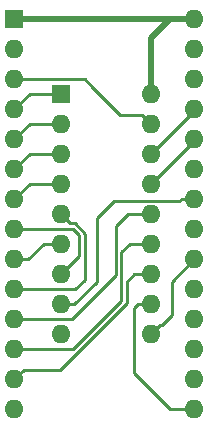
<source format=gbr>
G04 #@! TF.GenerationSoftware,KiCad,Pcbnew,(5.1.4)-1*
G04 #@! TF.CreationDate,2021-03-20T22:52:07-04:00*
G04 #@! TF.ProjectId,27C256_to_82s137,32374332-3536-45f7-946f-5f3832733133,rev?*
G04 #@! TF.SameCoordinates,Original*
G04 #@! TF.FileFunction,Copper,L1,Top*
G04 #@! TF.FilePolarity,Positive*
%FSLAX46Y46*%
G04 Gerber Fmt 4.6, Leading zero omitted, Abs format (unit mm)*
G04 Created by KiCad (PCBNEW (5.1.4)-1) date 2021-03-20 22:52:07*
%MOMM*%
%LPD*%
G04 APERTURE LIST*
%ADD10O,1.600000X1.600000*%
%ADD11R,1.600000X1.600000*%
%ADD12C,0.500000*%
%ADD13C,0.250000*%
G04 APERTURE END LIST*
D10*
X170300000Y-83560000D03*
X162680000Y-103880000D03*
X170300000Y-86100000D03*
X162680000Y-101340000D03*
X170300000Y-88640000D03*
X162680000Y-98800000D03*
X170300000Y-91180000D03*
X162680000Y-96260000D03*
X170300000Y-93720000D03*
X162680000Y-93720000D03*
X170300000Y-96260000D03*
X162680000Y-91180000D03*
X170300000Y-98800000D03*
X162680000Y-88640000D03*
X170300000Y-101340000D03*
X162680000Y-86100000D03*
X170300000Y-103880000D03*
D11*
X162680000Y-83560000D03*
D10*
X173975001Y-77235001D03*
X158735001Y-110255001D03*
X173975001Y-79775001D03*
X158735001Y-107715001D03*
X173975001Y-82315001D03*
X158735001Y-105175001D03*
X173975001Y-84855001D03*
X158735001Y-102635001D03*
X173975001Y-87395001D03*
X158735001Y-100095001D03*
X173975001Y-89935001D03*
X158735001Y-97555001D03*
X173975001Y-92475001D03*
X158735001Y-95015001D03*
X173975001Y-95015001D03*
X158735001Y-92475001D03*
X173975001Y-97555001D03*
X158735001Y-89935001D03*
X173975001Y-100095001D03*
X158735001Y-87395001D03*
X173975001Y-102635001D03*
X158735001Y-84855001D03*
X173975001Y-105175001D03*
X158735001Y-82315001D03*
X173975001Y-107715001D03*
X158735001Y-79775001D03*
X173975001Y-110255001D03*
D11*
X158735001Y-77235001D03*
D12*
X170300000Y-78820000D02*
X171884999Y-77235001D01*
X170300000Y-83560000D02*
X170300000Y-78820000D01*
X173975001Y-77235001D02*
X171884999Y-77235001D01*
X171884999Y-77235001D02*
X158735001Y-77235001D01*
D13*
X169500001Y-85300001D02*
X167670001Y-85300001D01*
X170300000Y-86100000D02*
X169500001Y-85300001D01*
X164685001Y-82315001D02*
X165395000Y-83025000D01*
X158735001Y-82315001D02*
X164685001Y-82315001D01*
X167670001Y-85300001D02*
X165395000Y-83025000D01*
X171099999Y-103080001D02*
X171269999Y-103080001D01*
X170300000Y-103880000D02*
X171099999Y-103080001D01*
X171269999Y-103080001D02*
X172070000Y-102280000D01*
X172070000Y-99460002D02*
X173975001Y-97555001D01*
X172070000Y-102280000D02*
X172070000Y-99460002D01*
X173975001Y-84964999D02*
X173975001Y-84855001D01*
X170300000Y-88640000D02*
X173975001Y-84964999D01*
X163725001Y-95015001D02*
X158735001Y-95015001D01*
X164240000Y-95530000D02*
X163725001Y-95015001D01*
X162680000Y-98800000D02*
X164240000Y-97240000D01*
X164240000Y-97240000D02*
X164240000Y-95530000D01*
X173975001Y-87504999D02*
X173975001Y-87395001D01*
X170300000Y-91180000D02*
X173975001Y-87504999D01*
X158735001Y-97555001D02*
X159924999Y-97555001D01*
X161220000Y-96260000D02*
X162680000Y-96260000D01*
X159924999Y-97555001D02*
X161220000Y-96260000D01*
X168320000Y-93720000D02*
X170300000Y-93720000D01*
X167330000Y-94710000D02*
X168320000Y-93720000D01*
X167330000Y-98880000D02*
X167330000Y-94710000D01*
X158735001Y-102635001D02*
X163574999Y-102635001D01*
X163574999Y-102635001D02*
X167330000Y-98880000D01*
X163894999Y-100095001D02*
X158735001Y-100095001D01*
X164720000Y-99270000D02*
X163894999Y-100095001D01*
X164720000Y-95373590D02*
X164720000Y-99270000D01*
X163866409Y-94519999D02*
X164720000Y-95373590D01*
X162680000Y-93720000D02*
X163479999Y-94519999D01*
X163479999Y-94519999D02*
X163866409Y-94519999D01*
X168480000Y-96260000D02*
X170300000Y-96260000D01*
X167780010Y-96959990D02*
X168480000Y-96260000D01*
X167780010Y-101089990D02*
X167780010Y-96959990D01*
X158735001Y-105175001D02*
X163694999Y-105175001D01*
X163694999Y-105175001D02*
X167780010Y-101089990D01*
X160030002Y-91180000D02*
X158735001Y-92475001D01*
X162680000Y-91180000D02*
X160030002Y-91180000D01*
X168890000Y-98800000D02*
X170300000Y-98800000D01*
X168230020Y-99459980D02*
X168890000Y-98800000D01*
X168230020Y-101276390D02*
X168230020Y-99459980D01*
X162591408Y-106915002D02*
X168230020Y-101276390D01*
X158735001Y-107715001D02*
X159535000Y-106915002D01*
X159535000Y-106915002D02*
X162591408Y-106915002D01*
X160030002Y-88640000D02*
X158735001Y-89935001D01*
X162680000Y-88640000D02*
X160030002Y-88640000D01*
X169168630Y-101340000D02*
X168860000Y-101648630D01*
X170300000Y-101340000D02*
X169168630Y-101340000D01*
X168860000Y-101648630D02*
X168860000Y-107220000D01*
X171895001Y-110255001D02*
X173975001Y-110255001D01*
X168860000Y-107220000D02*
X171895001Y-110255001D01*
X160030002Y-86100000D02*
X158735001Y-87395001D01*
X162680000Y-86100000D02*
X160030002Y-86100000D01*
X163811370Y-101340000D02*
X165700000Y-99451370D01*
X162680000Y-101340000D02*
X163811370Y-101340000D01*
X165700000Y-99451370D02*
X165700000Y-94030000D01*
X167135001Y-92594999D02*
X166540000Y-93190000D01*
X172723633Y-92594999D02*
X167135001Y-92594999D01*
X172843631Y-92475001D02*
X172723633Y-92594999D01*
X173975001Y-92475001D02*
X172843631Y-92475001D01*
X165700000Y-94030000D02*
X166540000Y-93190000D01*
X160030002Y-83560000D02*
X158735001Y-84855001D01*
X162680000Y-83560000D02*
X160030002Y-83560000D01*
M02*

</source>
